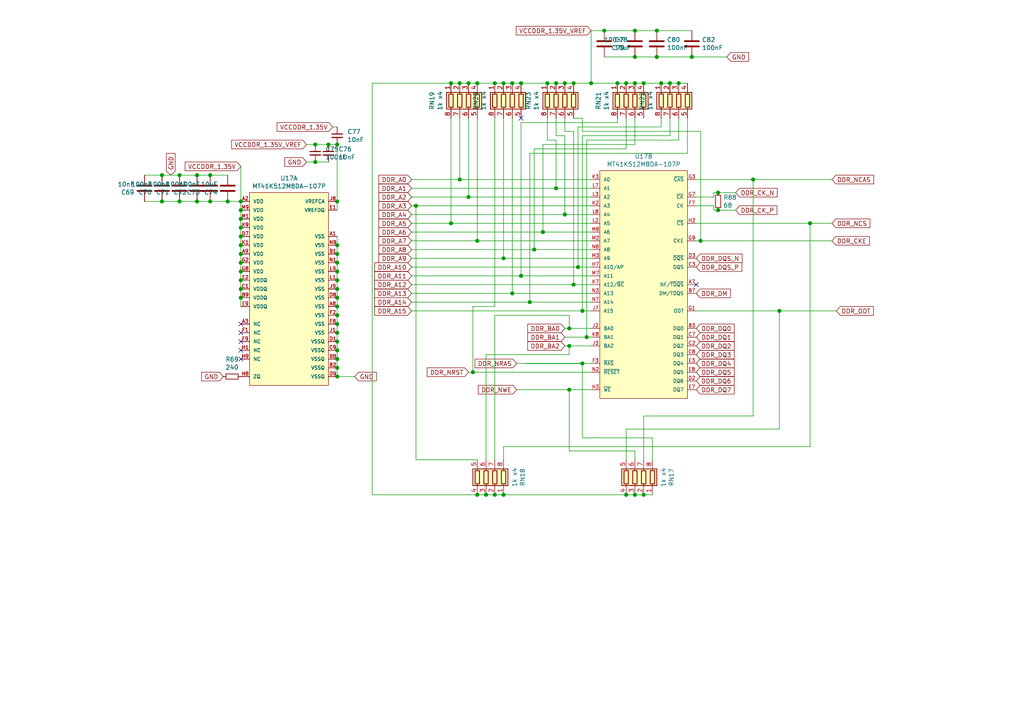
<source format=kicad_sch>
(kicad_sch (version 20200828) (generator eeschema)
  (page 3 8)
  (paper "A4")
  (lib_symbols
    (symbol "Device:C" (pin_numbers hide) (pin_names (offset 0.254))
      (property "Reference" "C" (at 0.635 2.54 0))
      (property "Value" "C" (at 0.635 -2.54 0))
      (symbol "C_0_1"
        (polyline (pts (xy -2.032 -0.762) (xy 2.032 -0.762)) (stroke (width 0.508)))
        (polyline (pts (xy -2.032 0.762) (xy 2.032 0.762)) (stroke (width 0.508)))
      )
      (symbol "C_1_1"
        (pin passive line (at 0 3.81 270) (length 2.794) (name "~") (number "1"))
        (pin passive line (at 0 -3.81 90) (length 2.794) (name "~") (number "2"))
      )
    )
    (symbol "Device:C_Small" (pin_numbers hide) (pin_names (offset 0.254) hide)
      (property "Reference" "C" (at 0.254 1.778 0))
      (property "Value" "C_Small" (at 0.254 -2.032 0))
      (symbol "C_Small_0_1"
        (polyline (pts (xy -1.524 -0.508) (xy 1.524 -0.508)) (stroke (width 0.3302)))
        (polyline (pts (xy -1.524 0.508) (xy 1.524 0.508)) (stroke (width 0.3048)))
      )
      (symbol "C_Small_1_1"
        (pin passive line (at 0 2.54 270) (length 2.032) (name "~") (number "1"))
        (pin passive line (at 0 -2.54 90) (length 2.032) (name "~") (number "2"))
      )
    )
    (symbol "Device:R_Pack04" (pin_names (offset 0) hide)
      (property "Reference" "RN" (at -7.62 0 90))
      (property "Value" "R_Pack04" (at 5.08 0 90))
      (symbol "R_Pack04_0_1"
        (rectangle (start -6.35 -2.413) (end 3.81 2.413) (stroke (width 0.254)) (fill (type background)))
        (rectangle (start -5.715 1.905) (end -4.445 -1.905) (stroke (width 0.254)))
        (rectangle (start -3.175 1.905) (end -1.905 -1.905) (stroke (width 0.254)))
        (rectangle (start -0.635 1.905) (end 0.635 -1.905) (stroke (width 0.254)))
        (rectangle (start 1.905 1.905) (end 3.175 -1.905) (stroke (width 0.254)))
        (polyline (pts (xy -5.08 -2.54) (xy -5.08 -1.905)))
        (polyline (pts (xy -5.08 1.905) (xy -5.08 2.54)))
        (polyline (pts (xy -2.54 -2.54) (xy -2.54 -1.905)))
        (polyline (pts (xy -2.54 1.905) (xy -2.54 2.54)))
        (polyline (pts (xy 0 -2.54) (xy 0 -1.905)))
        (polyline (pts (xy 0 1.905) (xy 0 2.54)))
        (polyline (pts (xy 2.54 -2.54) (xy 2.54 -1.905)))
        (polyline (pts (xy 2.54 1.905) (xy 2.54 2.54)))
      )
      (symbol "R_Pack04_1_1"
        (pin passive line (at -5.08 -5.08 90) (length 2.54) (name "R1.1") (number "1"))
        (pin passive line (at -2.54 -5.08 90) (length 2.54) (name "R2.1") (number "2"))
        (pin passive line (at 0 -5.08 90) (length 2.54) (name "R3.1") (number "3"))
        (pin passive line (at 2.54 -5.08 90) (length 2.54) (name "R4.1") (number "4"))
        (pin passive line (at 2.54 5.08 270) (length 2.54) (name "R4.2") (number "5"))
        (pin passive line (at 0 5.08 270) (length 2.54) (name "R3.2") (number "6"))
        (pin passive line (at -2.54 5.08 270) (length 2.54) (name "R2.2") (number "7"))
        (pin passive line (at -5.08 5.08 270) (length 2.54) (name "R1.2") (number "8"))
      )
    )
    (symbol "Device:R_Small" (pin_numbers hide) (pin_names (offset 0.254) hide)
      (property "Reference" "R" (at 0.762 0.508 0))
      (property "Value" "R_Small" (at 0.762 -1.016 0))
      (symbol "R_Small_0_1"
        (rectangle (start -0.762 1.778) (end 0.762 -1.778) (stroke (width 0.2032)))
      )
      (symbol "R_Small_1_1"
        (pin passive line (at 0 2.54 270) (length 0.762) (name "~") (number "1"))
        (pin passive line (at 0 -2.54 90) (length 0.762) (name "~") (number "2"))
      )
    )
    (symbol "Micron-DA-0-0-0:MT41K512M8DA-107P" (pin_names (offset 1.016))
      (property "Reference" "U" (at 0 5.08 0))
      (property "Value" "MT41K512M8DA-107P" (at 0 7.62 0))
      (symbol "MT41K512M8DA-107P_1_1"
        (rectangle (start 5.08 2.54) (end 27.94 -53.34) (fill (type background)))
        (pin power_in line (at 2.54 0 0) (length 2.54) (name "VDD") (number "A2"))
        (pin power_in line (at 2.54 -2.54 0) (length 2.54) (name "VDD") (number "M9"))
        (pin power_in line (at 2.54 -5.08 0) (length 2.54) (name "VDD") (number "M1"))
        (pin power_in line (at 2.54 -7.62 0) (length 2.54) (name "VDD") (number "K9"))
        (pin power_in line (at 2.54 -10.16 0) (length 2.54) (name "VDD") (number "D7"))
        (pin power_in line (at 2.54 -12.7 0) (length 2.54) (name "VDD") (number "K1"))
        (pin power_in line (at 2.54 -15.24 0) (length 2.54) (name "VDD") (number "A9"))
        (pin power_in line (at 2.54 -17.78 0) (length 2.54) (name "VDD") (number "G2"))
        (pin power_in line (at 2.54 -20.32 0) (length 2.54) (name "VDD") (number "G8"))
        (pin power_in line (at 2.54 -22.86 0) (length 2.54) (name "VDDQ") (number "E2"))
        (pin power_in line (at 2.54 -25.4 0) (length 2.54) (name "VDDQ") (number "C1"))
        (pin power_in line (at 2.54 -27.94 0) (length 2.54) (name "VDDQ") (number "B9"))
        (pin power_in line (at 2.54 -30.48 0) (length 2.54) (name "VDDQ") (number "E9"))
        (pin power_in line (at 30.48 0 180) (length 2.54) (name "VREFCA") (number "J8"))
        (pin power_in line (at 30.48 -2.54 180) (length 2.54) (name "VREFDQ") (number "E1"))
        (pin passive line (at 2.54 -50.8 0) (length 2.54) (name "ZQ") (number "H8"))
        (pin passive line (at 2.54 -35.56 0) (length 2.54) (name "NC") (number "A3"))
        (pin passive line (at 2.54 -38.1 0) (length 2.54) (name "NC") (number "F1"))
        (pin passive line (at 2.54 -40.64 0) (length 2.54) (name "NC") (number "F9"))
        (pin passive line (at 2.54 -43.18 0) (length 2.54) (name "NC") (number "H1"))
        (pin passive line (at 2.54 -45.72 0) (length 2.54) (name "NC") (number "H9"))
        (pin power_in line (at 30.48 -10.16 180) (length 2.54) (name "VSS") (number "A1"))
        (pin power_in line (at 30.48 -12.7 180) (length 2.54) (name "VSS") (number "N9"))
        (pin power_in line (at 30.48 -15.24 180) (length 2.54) (name "VSS") (number "B1"))
        (pin power_in line (at 30.48 -17.78 180) (length 2.54) (name "VSS") (number "N1"))
        (pin power_in line (at 30.48 -20.32 180) (length 2.54) (name "VSS") (number "L9"))
        (pin power_in line (at 30.48 -22.86 180) (length 2.54) (name "VSS") (number "L1"))
        (pin power_in line (at 30.48 -25.4 180) (length 2.54) (name "VSS") (number "J9"))
        (pin power_in line (at 30.48 -27.94 180) (length 2.54) (name "VSS") (number "D8"))
        (pin power_in line (at 30.48 -30.48 180) (length 2.54) (name "VSS") (number "A8"))
        (pin power_in line (at 30.48 -33.02 180) (length 2.54) (name "VSS") (number "F2"))
        (pin power_in line (at 30.48 -35.56 180) (length 2.54) (name "VSS") (number "F8"))
        (pin power_in line (at 30.48 -38.1 180) (length 2.54) (name "VSS") (number "J1"))
        (pin power_in line (at 30.48 -40.64 180) (length 2.54) (name "VSSQ") (number "D1"))
        (pin power_in line (at 30.48 -43.18 180) (length 2.54) (name "VSSQ") (number "C9"))
        (pin power_in line (at 30.48 -45.72 180) (length 2.54) (name "VSSQ") (number "B8"))
        (pin power_in line (at 30.48 -48.26 180) (length 2.54) (name "VSSQ") (number "B2"))
        (pin power_in line (at 30.48 -50.8 180) (length 2.54) (name "VSSQ") (number "D9"))
      )
      (symbol "MT41K512M8DA-107P_2_1"
        (rectangle (start 5.08 2.54) (end 30.48 -63.5) (fill (type background)))
        (pin bidirectional line (at 33.02 -43.18 180) (length 2.54) (name "DQ0") (number "B3"))
        (pin bidirectional line (at 33.02 -45.72 180) (length 2.54) (name "DQ1") (number "C7"))
        (pin bidirectional line (at 33.02 -48.26 180) (length 2.54) (name "DQ2") (number "C2"))
        (pin bidirectional line (at 33.02 -50.8 180) (length 2.54) (name "DQ3") (number "C8"))
        (pin bidirectional line (at 33.02 -53.34 180) (length 2.54) (name "DQ4") (number "E3"))
        (pin bidirectional line (at 33.02 -55.88 180) (length 2.54) (name "DQ5") (number "E8"))
        (pin bidirectional line (at 33.02 -58.42 180) (length 2.54) (name "DQ6") (number "D2"))
        (pin bidirectional line (at 33.02 -60.96 180) (length 2.54) (name "DQ7") (number "E7"))
        (pin input line (at 2.54 -43.18 0) (length 2.54) (name "BA0") (number "J2"))
        (pin input line (at 2.54 -45.72 0) (length 2.54) (name "BA1") (number "K8"))
        (pin input line (at 2.54 -48.26 0) (length 2.54) (name "BA2") (number "J3"))
        (pin input line (at 33.02 0 180) (length 2.54) (name "~CAS~") (number "G3"))
        (pin input line (at 33.02 -5.08 180) (length 2.54) (name "~CK~") (number "G7"))
        (pin input line (at 33.02 -12.7 180) (length 2.54) (name "~CS~") (number "H2"))
        (pin bidirectional line (at 33.02 -22.86 180) (length 2.54) (name "~DQS~") (number "D3"))
        (pin input line (at 2.54 -53.34 0) (length 2.54) (name "~RAS~") (number "F3"))
        (pin input line (at 2.54 -55.88 0) (length 2.54) (name "~RESET~") (number "N2"))
        (pin input line (at 2.54 -60.96 0) (length 2.54) (name "~WE~") (number "H3"))
        (pin input line (at 2.54 0 0) (length 2.54) (name "A0") (number "K3"))
        (pin input line (at 2.54 -2.54 0) (length 2.54) (name "A1") (number "L7"))
        (pin input line (at 2.54 -5.08 0) (length 2.54) (name "A2") (number "L3"))
        (pin input line (at 2.54 -7.62 0) (length 2.54) (name "A3") (number "K2"))
        (pin input line (at 2.54 -10.16 0) (length 2.54) (name "A4") (number "L8"))
        (pin input line (at 2.54 -12.7 0) (length 2.54) (name "A5") (number "L2"))
        (pin input line (at 2.54 -15.24 0) (length 2.54) (name "A6") (number "M8"))
        (pin input line (at 2.54 -17.78 0) (length 2.54) (name "A7") (number "M2"))
        (pin input line (at 2.54 -20.32 0) (length 2.54) (name "A8") (number "N8"))
        (pin input line (at 2.54 -22.86 0) (length 2.54) (name "A9") (number "M3"))
        (pin input line (at 2.54 -25.4 0) (length 2.54) (name "A10/AP") (number "H7"))
        (pin input line (at 2.54 -27.94 0) (length 2.54) (name "A11") (number "M7"))
        (pin input line (at 2.54 -30.48 0) (length 2.54) (name "A12/~BC~") (number "K7"))
        (pin input line (at 2.54 -33.02 0) (length 2.54) (name "A13") (number "N3"))
        (pin input line (at 2.54 -35.56 0) (length 2.54) (name "A14") (number "N7"))
        (pin input line (at 2.54 -38.1 0) (length 2.54) (name "A15") (number "J7"))
        (pin input line (at 33.02 -7.62 180) (length 2.54) (name "CK") (number "F7"))
        (pin input line (at 33.02 -17.78 180) (length 2.54) (name "CKE") (number "G9"))
        (pin output line (at 33.02 -33.02 180) (length 2.54) (name "DM/TDQS") (number "B7"))
        (pin bidirectional line (at 33.02 -25.4 180) (length 2.54) (name "DQS") (number "C3"))
        (pin output line (at 33.02 -30.48 180) (length 2.54) (name "NF/~TDQS~") (number "A7"))
        (pin input line (at 33.02 -38.1 180) (length 2.54) (name "ODT") (number "G1"))
      )
    )
  )
  (junction (at 46.99 50.8) (diameter 1.016))
  (junction (at 46.99 58.42) (diameter 1.016))
  (junction (at 52.07 50.8) (diameter 1.016))
  (junction (at 52.07 58.42) (diameter 1.016))
  (junction (at 57.15 50.8) (diameter 1.016))
  (junction (at 57.15 58.42) (diameter 1.016))
  (junction (at 60.96 50.8) (diameter 1.016))
  (junction (at 60.96 58.42) (diameter 1.016))
  (junction (at 66.04 58.42) (diameter 1.016))
  (junction (at 69.85 58.42) (diameter 1.016))
  (junction (at 69.85 60.96) (diameter 1.016))
  (junction (at 69.85 63.5) (diameter 1.016))
  (junction (at 69.85 66.04) (diameter 1.016))
  (junction (at 69.85 68.58) (diameter 1.016))
  (junction (at 69.85 71.12) (diameter 1.016))
  (junction (at 69.85 73.66) (diameter 1.016))
  (junction (at 69.85 76.2) (diameter 1.016))
  (junction (at 69.85 78.74) (diameter 1.016))
  (junction (at 69.85 81.28) (diameter 1.016))
  (junction (at 69.85 83.82) (diameter 1.016))
  (junction (at 69.85 86.36) (diameter 1.016))
  (junction (at 91.44 41.91) (diameter 1.016))
  (junction (at 91.44 46.99) (diameter 1.016))
  (junction (at 95.25 41.91) (diameter 1.016))
  (junction (at 97.79 41.91) (diameter 1.016))
  (junction (at 97.79 58.42) (diameter 1.016))
  (junction (at 97.79 71.12) (diameter 1.016))
  (junction (at 97.79 73.66) (diameter 1.016))
  (junction (at 97.79 76.2) (diameter 1.016))
  (junction (at 97.79 78.74) (diameter 1.016))
  (junction (at 97.79 81.28) (diameter 1.016))
  (junction (at 97.79 83.82) (diameter 1.016))
  (junction (at 97.79 86.36) (diameter 1.016))
  (junction (at 97.79 88.9) (diameter 1.016))
  (junction (at 97.79 91.44) (diameter 1.016))
  (junction (at 97.79 93.98) (diameter 1.016))
  (junction (at 97.79 96.52) (diameter 1.016))
  (junction (at 97.79 99.06) (diameter 1.016))
  (junction (at 97.79 101.6) (diameter 1.016))
  (junction (at 97.79 104.14) (diameter 1.016))
  (junction (at 97.79 106.68) (diameter 1.016))
  (junction (at 97.79 109.22) (diameter 1.016))
  (junction (at 120.65 59.69) (diameter 1.016))
  (junction (at 130.81 24.13) (diameter 1.016))
  (junction (at 130.81 64.77) (diameter 1.016))
  (junction (at 133.35 24.13) (diameter 1.016))
  (junction (at 133.35 52.07) (diameter 1.016))
  (junction (at 135.89 24.13) (diameter 1.016))
  (junction (at 135.89 57.15) (diameter 1.016))
  (junction (at 137.16 107.95) (diameter 1.016))
  (junction (at 138.43 24.13) (diameter 1.016))
  (junction (at 138.43 69.85) (diameter 1.016))
  (junction (at 138.43 143.51) (diameter 1.016))
  (junction (at 140.97 143.51) (diameter 1.016))
  (junction (at 143.51 24.13) (diameter 1.016))
  (junction (at 143.51 143.51) (diameter 1.016))
  (junction (at 146.05 24.13) (diameter 1.016))
  (junction (at 146.05 74.93) (diameter 1.016))
  (junction (at 146.05 143.51) (diameter 1.016))
  (junction (at 148.59 24.13) (diameter 1.016))
  (junction (at 148.59 85.09) (diameter 1.016))
  (junction (at 151.13 24.13) (diameter 1.016))
  (junction (at 151.13 80.01) (diameter 1.016))
  (junction (at 153.67 87.63) (diameter 1.016))
  (junction (at 154.94 72.39) (diameter 1.016))
  (junction (at 157.48 67.31) (diameter 1.016))
  (junction (at 158.75 24.13) (diameter 1.016))
  (junction (at 161.29 24.13) (diameter 1.016))
  (junction (at 161.29 54.61) (diameter 1.016))
  (junction (at 163.83 24.13) (diameter 1.016))
  (junction (at 163.83 62.23) (diameter 1.016))
  (junction (at 165.1 95.25) (diameter 1.016))
  (junction (at 165.1 100.33) (diameter 1.016))
  (junction (at 165.1 113.03) (diameter 1.016))
  (junction (at 166.37 24.13) (diameter 1.016))
  (junction (at 166.37 82.55) (diameter 1.016))
  (junction (at 167.64 77.47) (diameter 1.016))
  (junction (at 168.91 90.17) (diameter 1.016))
  (junction (at 168.91 105.41) (diameter 1.016))
  (junction (at 170.18 97.79) (diameter 1.016))
  (junction (at 171.45 24.13) (diameter 1.016))
  (junction (at 175.26 8.89) (diameter 1.016))
  (junction (at 179.07 24.13) (diameter 1.016))
  (junction (at 181.61 24.13) (diameter 1.016))
  (junction (at 181.61 143.51) (diameter 1.016))
  (junction (at 184.15 8.89) (diameter 1.016))
  (junction (at 184.15 16.51) (diameter 1.016))
  (junction (at 184.15 24.13) (diameter 1.016))
  (junction (at 184.15 143.51) (diameter 1.016))
  (junction (at 186.69 24.13) (diameter 1.016))
  (junction (at 186.69 143.51) (diameter 1.016))
  (junction (at 190.5 8.89) (diameter 1.016))
  (junction (at 190.5 16.51) (diameter 1.016))
  (junction (at 191.77 24.13) (diameter 1.016))
  (junction (at 194.31 24.13) (diameter 1.016))
  (junction (at 196.85 24.13) (diameter 1.016))
  (junction (at 200.66 16.51) (diameter 1.016))
  (junction (at 203.2 69.85) (diameter 1.016))
  (junction (at 208.28 55.88) (diameter 1.016))
  (junction (at 208.28 60.96) (diameter 1.016))
  (junction (at 218.44 52.07) (diameter 1.016))
  (junction (at 226.06 90.17) (diameter 1.016))
  (junction (at 234.95 64.77) (diameter 1.016))
  (no_connect (at 69.85 104.14))
  (no_connect (at 69.85 99.06))
  (no_connect (at 201.93 82.55))
  (no_connect (at 69.85 101.6))
  (no_connect (at 69.85 93.98))
  (no_connect (at 151.13 34.29))
  (no_connect (at 69.85 96.52))
  (wire (pts (xy 41.91 50.8) (xy 46.99 50.8)))
  (wire (pts (xy 41.91 58.42) (xy 46.99 58.42)))
  (wire (pts (xy 46.99 50.8) (xy 52.07 50.8)))
  (wire (pts (xy 46.99 58.42) (xy 52.07 58.42)))
  (wire (pts (xy 57.15 50.8) (xy 52.07 50.8)))
  (wire (pts (xy 57.15 58.42) (xy 52.07 58.42)))
  (wire (pts (xy 60.96 50.8) (xy 57.15 50.8)))
  (wire (pts (xy 60.96 58.42) (xy 57.15 58.42)))
  (wire (pts (xy 66.04 50.8) (xy 60.96 50.8)))
  (wire (pts (xy 66.04 58.42) (xy 60.96 58.42)))
  (wire (pts (xy 69.85 58.42) (xy 66.04 58.42)))
  (wire (pts (xy 69.85 58.42) (xy 69.85 48.26)))
  (wire (pts (xy 69.85 60.96) (xy 69.85 58.42)))
  (wire (pts (xy 69.85 63.5) (xy 69.85 60.96)))
  (wire (pts (xy 69.85 66.04) (xy 69.85 63.5)))
  (wire (pts (xy 69.85 68.58) (xy 69.85 66.04)))
  (wire (pts (xy 69.85 71.12) (xy 69.85 68.58)))
  (wire (pts (xy 69.85 73.66) (xy 69.85 71.12)))
  (wire (pts (xy 69.85 76.2) (xy 69.85 73.66)))
  (wire (pts (xy 69.85 78.74) (xy 69.85 76.2)))
  (wire (pts (xy 69.85 81.28) (xy 69.85 78.74)))
  (wire (pts (xy 69.85 83.82) (xy 69.85 81.28)))
  (wire (pts (xy 69.85 86.36) (xy 69.85 83.82)))
  (wire (pts (xy 69.85 88.9) (xy 69.85 86.36)))
  (wire (pts (xy 88.9 41.91) (xy 91.44 41.91)))
  (wire (pts (xy 88.9 46.99) (xy 91.44 46.99)))
  (wire (pts (xy 91.44 41.91) (xy 95.25 41.91)))
  (wire (pts (xy 91.44 46.99) (xy 95.25 46.99)))
  (wire (pts (xy 95.25 41.91) (xy 97.79 41.91)))
  (wire (pts (xy 96.52 36.83) (xy 97.79 36.83)))
  (wire (pts (xy 97.79 58.42) (xy 97.79 41.91)))
  (wire (pts (xy 97.79 60.96) (xy 97.79 58.42)))
  (wire (pts (xy 97.79 68.58) (xy 97.79 71.12)))
  (wire (pts (xy 97.79 71.12) (xy 97.79 73.66)))
  (wire (pts (xy 97.79 73.66) (xy 97.79 76.2)))
  (wire (pts (xy 97.79 76.2) (xy 97.79 78.74)))
  (wire (pts (xy 97.79 78.74) (xy 97.79 81.28)))
  (wire (pts (xy 97.79 81.28) (xy 97.79 83.82)))
  (wire (pts (xy 97.79 83.82) (xy 97.79 86.36)))
  (wire (pts (xy 97.79 86.36) (xy 97.79 88.9)))
  (wire (pts (xy 97.79 88.9) (xy 97.79 91.44)))
  (wire (pts (xy 97.79 91.44) (xy 97.79 93.98)))
  (wire (pts (xy 97.79 93.98) (xy 97.79 96.52)))
  (wire (pts (xy 97.79 96.52) (xy 97.79 99.06)))
  (wire (pts (xy 97.79 99.06) (xy 97.79 101.6)))
  (wire (pts (xy 97.79 101.6) (xy 97.79 104.14)))
  (wire (pts (xy 97.79 104.14) (xy 97.79 106.68)))
  (wire (pts (xy 97.79 106.68) (xy 97.79 109.22)))
  (wire (pts (xy 97.79 109.22) (xy 102.87 109.22)))
  (wire (pts (xy 107.95 24.13) (xy 107.95 143.51)))
  (wire (pts (xy 107.95 143.51) (xy 138.43 143.51)))
  (wire (pts (xy 119.38 52.07) (xy 133.35 52.07)))
  (wire (pts (xy 119.38 54.61) (xy 161.29 54.61)))
  (wire (pts (xy 119.38 57.15) (xy 135.89 57.15)))
  (wire (pts (xy 119.38 59.69) (xy 120.65 59.69)))
  (wire (pts (xy 119.38 62.23) (xy 163.83 62.23)))
  (wire (pts (xy 119.38 64.77) (xy 130.81 64.77)))
  (wire (pts (xy 119.38 67.31) (xy 157.48 67.31)))
  (wire (pts (xy 119.38 69.85) (xy 138.43 69.85)))
  (wire (pts (xy 119.38 72.39) (xy 154.94 72.39)))
  (wire (pts (xy 119.38 74.93) (xy 146.05 74.93)))
  (wire (pts (xy 119.38 77.47) (xy 167.64 77.47)))
  (wire (pts (xy 119.38 80.01) (xy 151.13 80.01)))
  (wire (pts (xy 119.38 82.55) (xy 166.37 82.55)))
  (wire (pts (xy 119.38 85.09) (xy 148.59 85.09)))
  (wire (pts (xy 119.38 87.63) (xy 153.67 87.63)))
  (wire (pts (xy 119.38 90.17) (xy 168.91 90.17)))
  (wire (pts (xy 120.65 59.69) (xy 171.45 59.69)))
  (wire (pts (xy 120.65 133.35) (xy 120.65 59.69)))
  (wire (pts (xy 130.81 24.13) (xy 107.95 24.13)))
  (wire (pts (xy 130.81 24.13) (xy 133.35 24.13)))
  (wire (pts (xy 130.81 34.29) (xy 130.81 64.77)))
  (wire (pts (xy 130.81 64.77) (xy 171.45 64.77)))
  (wire (pts (xy 133.35 24.13) (xy 135.89 24.13)))
  (wire (pts (xy 133.35 34.29) (xy 133.35 52.07)))
  (wire (pts (xy 133.35 52.07) (xy 171.45 52.07)))
  (wire (pts (xy 135.89 24.13) (xy 138.43 24.13)))
  (wire (pts (xy 135.89 34.29) (xy 135.89 57.15)))
  (wire (pts (xy 135.89 57.15) (xy 171.45 57.15)))
  (wire (pts (xy 135.89 107.95) (xy 137.16 107.95)))
  (wire (pts (xy 137.16 88.9) (xy 137.16 107.95)))
  (wire (pts (xy 137.16 107.95) (xy 171.45 107.95)))
  (wire (pts (xy 138.43 24.13) (xy 143.51 24.13)))
  (wire (pts (xy 138.43 34.29) (xy 138.43 69.85)))
  (wire (pts (xy 138.43 69.85) (xy 171.45 69.85)))
  (wire (pts (xy 138.43 133.35) (xy 120.65 133.35)))
  (wire (pts (xy 138.43 143.51) (xy 140.97 143.51)))
  (wire (pts (xy 140.97 102.87) (xy 165.1 102.87)))
  (wire (pts (xy 140.97 133.35) (xy 140.97 102.87)))
  (wire (pts (xy 140.97 143.51) (xy 143.51 143.51)))
  (wire (pts (xy 143.51 24.13) (xy 146.05 24.13)))
  (wire (pts (xy 143.51 34.29) (xy 143.51 88.9)))
  (wire (pts (xy 143.51 88.9) (xy 137.16 88.9)))
  (wire (pts (xy 143.51 91.44) (xy 165.1 91.44)))
  (wire (pts (xy 143.51 133.35) (xy 143.51 91.44)))
  (wire (pts (xy 143.51 143.51) (xy 146.05 143.51)))
  (wire (pts (xy 146.05 24.13) (xy 148.59 24.13)))
  (wire (pts (xy 146.05 34.29) (xy 146.05 74.93)))
  (wire (pts (xy 146.05 74.93) (xy 171.45 74.93)))
  (wire (pts (xy 146.05 129.54) (xy 234.95 129.54)))
  (wire (pts (xy 146.05 133.35) (xy 146.05 129.54)))
  (wire (pts (xy 146.05 143.51) (xy 181.61 143.51)))
  (wire (pts (xy 148.59 24.13) (xy 151.13 24.13)))
  (wire (pts (xy 148.59 34.29) (xy 148.59 85.09)))
  (wire (pts (xy 148.59 85.09) (xy 171.45 85.09)))
  (wire (pts (xy 149.86 105.41) (xy 168.91 105.41)))
  (wire (pts (xy 149.86 113.03) (xy 165.1 113.03)))
  (wire (pts (xy 151.13 24.13) (xy 158.75 24.13)))
  (wire (pts (xy 151.13 35.56) (xy 151.13 80.01)))
  (wire (pts (xy 151.13 80.01) (xy 171.45 80.01)))
  (wire (pts (xy 152.4 105.41) (xy 168.91 105.41)))
  (wire (pts (xy 153.67 44.45) (xy 153.67 87.63)))
  (wire (pts (xy 153.67 44.45) (xy 199.39 44.45)))
  (wire (pts (xy 153.67 87.63) (xy 171.45 87.63)))
  (wire (pts (xy 154.94 43.18) (xy 154.94 72.39)))
  (wire (pts (xy 154.94 72.39) (xy 171.45 72.39)))
  (wire (pts (xy 157.48 41.91) (xy 157.48 67.31)))
  (wire (pts (xy 157.48 67.31) (xy 171.45 67.31)))
  (wire (pts (xy 158.75 24.13) (xy 161.29 24.13)))
  (wire (pts (xy 158.75 34.29) (xy 158.75 40.64)))
  (wire (pts (xy 158.75 40.64) (xy 161.29 40.64)))
  (wire (pts (xy 161.29 24.13) (xy 163.83 24.13)))
  (wire (pts (xy 161.29 34.29) (xy 161.29 39.37)))
  (wire (pts (xy 161.29 39.37) (xy 163.83 39.37)))
  (wire (pts (xy 161.29 40.64) (xy 161.29 54.61)))
  (wire (pts (xy 161.29 54.61) (xy 171.45 54.61)))
  (wire (pts (xy 163.83 24.13) (xy 166.37 24.13)))
  (wire (pts (xy 163.83 34.29) (xy 163.83 38.1)))
  (wire (pts (xy 163.83 38.1) (xy 166.37 38.1)))
  (wire (pts (xy 163.83 39.37) (xy 163.83 62.23)))
  (wire (pts (xy 163.83 62.23) (xy 171.45 62.23)))
  (wire (pts (xy 163.83 95.25) (xy 165.1 95.25)))
  (wire (pts (xy 163.83 97.79) (xy 170.18 97.79)))
  (wire (pts (xy 163.83 100.33) (xy 165.1 100.33)))
  (wire (pts (xy 165.1 91.44) (xy 165.1 95.25)))
  (wire (pts (xy 165.1 95.25) (xy 171.45 95.25)))
  (wire (pts (xy 165.1 100.33) (xy 171.45 100.33)))
  (wire (pts (xy 165.1 102.87) (xy 165.1 100.33)))
  (wire (pts (xy 165.1 113.03) (xy 165.1 130.81)))
  (wire (pts (xy 165.1 113.03) (xy 171.45 113.03)))
  (wire (pts (xy 165.1 130.81) (xy 184.15 130.81)))
  (wire (pts (xy 166.37 24.13) (xy 171.45 24.13)))
  (wire (pts (xy 166.37 38.1) (xy 166.37 82.55)))
  (wire (pts (xy 166.37 82.55) (xy 171.45 82.55)))
  (wire (pts (xy 167.64 36.83) (xy 167.64 77.47)))
  (wire (pts (xy 167.64 77.47) (xy 171.45 77.47)))
  (wire (pts (xy 168.91 34.29) (xy 166.37 34.29)))
  (wire (pts (xy 168.91 38.1) (xy 168.91 34.29)))
  (wire (pts (xy 168.91 39.37) (xy 168.91 90.17)))
  (wire (pts (xy 168.91 90.17) (xy 171.45 90.17)))
  (wire (pts (xy 168.91 105.41) (xy 168.91 127)))
  (wire (pts (xy 168.91 127) (xy 189.23 127)))
  (wire (pts (xy 170.18 40.64) (xy 196.85 40.64)))
  (wire (pts (xy 170.18 97.79) (xy 170.18 40.64)))
  (wire (pts (xy 170.18 97.79) (xy 171.45 97.79)))
  (wire (pts (xy 171.45 8.89) (xy 171.45 24.13)))
  (wire (pts (xy 171.45 8.89) (xy 175.26 8.89)))
  (wire (pts (xy 171.45 24.13) (xy 179.07 24.13)))
  (wire (pts (xy 171.45 105.41) (xy 168.91 105.41)))
  (wire (pts (xy 175.26 8.89) (xy 184.15 8.89)))
  (wire (pts (xy 175.26 16.51) (xy 184.15 16.51)))
  (wire (pts (xy 179.07 24.13) (xy 181.61 24.13)))
  (wire (pts (xy 179.07 34.29) (xy 179.07 35.56)))
  (wire (pts (xy 179.07 35.56) (xy 151.13 35.56)))
  (wire (pts (xy 181.61 24.13) (xy 184.15 24.13)))
  (wire (pts (xy 181.61 34.29) (xy 181.61 43.18)))
  (wire (pts (xy 181.61 43.18) (xy 154.94 43.18)))
  (wire (pts (xy 181.61 124.46) (xy 181.61 133.35)))
  (wire (pts (xy 181.61 124.46) (xy 226.06 124.46)))
  (wire (pts (xy 181.61 143.51) (xy 184.15 143.51)))
  (wire (pts (xy 184.15 8.89) (xy 190.5 8.89)))
  (wire (pts (xy 184.15 16.51) (xy 190.5 16.51)))
  (wire (pts (xy 184.15 24.13) (xy 186.69 24.13)))
  (wire (pts (xy 184.15 34.29) (xy 184.15 41.91)))
  (wire (pts (xy 184.15 41.91) (xy 157.48 41.91)))
  (wire (pts (xy 184.15 130.81) (xy 184.15 133.35)))
  (wire (pts (xy 184.15 143.51) (xy 186.69 143.51)))
  (wire (pts (xy 186.69 24.13) (xy 191.77 24.13)))
  (wire (pts (xy 186.69 120.65) (xy 186.69 133.35)))
  (wire (pts (xy 186.69 143.51) (xy 189.23 143.51)))
  (wire (pts (xy 189.23 127) (xy 189.23 133.35)))
  (wire (pts (xy 190.5 8.89) (xy 200.66 8.89)))
  (wire (pts (xy 190.5 16.51) (xy 200.66 16.51)))
  (wire (pts (xy 191.77 24.13) (xy 194.31 24.13)))
  (wire (pts (xy 191.77 34.29) (xy 191.77 36.83)))
  (wire (pts (xy 191.77 36.83) (xy 167.64 36.83)))
  (wire (pts (xy 194.31 24.13) (xy 196.85 24.13)))
  (wire (pts (xy 194.31 34.29) (xy 194.31 39.37)))
  (wire (pts (xy 194.31 39.37) (xy 168.91 39.37)))
  (wire (pts (xy 196.85 24.13) (xy 199.39 24.13)))
  (wire (pts (xy 196.85 34.29) (xy 196.85 40.64)))
  (wire (pts (xy 199.39 44.45) (xy 199.39 34.29)))
  (wire (pts (xy 200.66 16.51) (xy 210.82 16.51)))
  (wire (pts (xy 201.93 52.07) (xy 218.44 52.07)))
  (wire (pts (xy 201.93 57.15) (xy 207.01 57.15)))
  (wire (pts (xy 201.93 59.69) (xy 207.01 59.69)))
  (wire (pts (xy 201.93 64.77) (xy 234.95 64.77)))
  (wire (pts (xy 201.93 69.85) (xy 203.2 69.85)))
  (wire (pts (xy 201.93 90.17) (xy 226.06 90.17)))
  (wire (pts (xy 203.2 38.1) (xy 168.91 38.1)))
  (wire (pts (xy 203.2 38.1) (xy 203.2 69.85)))
  (wire (pts (xy 203.2 69.85) (xy 241.3 69.85)))
  (wire (pts (xy 207.01 55.88) (xy 208.28 55.88)))
  (wire (pts (xy 207.01 57.15) (xy 207.01 55.88)))
  (wire (pts (xy 207.01 59.69) (xy 207.01 60.96)))
  (wire (pts (xy 207.01 60.96) (xy 208.28 60.96)))
  (wire (pts (xy 208.28 55.88) (xy 213.36 55.88)))
  (wire (pts (xy 208.28 60.96) (xy 213.36 60.96)))
  (wire (pts (xy 218.44 52.07) (xy 218.44 120.65)))
  (wire (pts (xy 218.44 52.07) (xy 241.3 52.07)))
  (wire (pts (xy 218.44 120.65) (xy 186.69 120.65)))
  (wire (pts (xy 226.06 90.17) (xy 226.06 124.46)))
  (wire (pts (xy 226.06 90.17) (xy 242.57 90.17)))
  (wire (pts (xy 234.95 64.77) (xy 241.3 64.77)))
  (wire (pts (xy 234.95 129.54) (xy 234.95 64.77)))
  (global_label "GND" (shape input) (at 49.53 50.8 90))
  (global_label "GND" (shape input) (at 64.77 109.22 180))
  (global_label "VCCDDR_1.35V" (shape input) (at 69.85 48.26 180))
  (global_label "VCCDDR_1.35V_VREF" (shape input) (at 88.9 41.91 180))
  (global_label "GND" (shape input) (at 88.9 46.99 180))
  (global_label "VCCDDR_1.35V" (shape input) (at 96.52 36.83 180))
  (global_label "GND" (shape input) (at 102.87 109.22 0))
  (global_label "DDR_A0" (shape input) (at 119.38 52.07 180))
  (global_label "DDR_A1" (shape input) (at 119.38 54.61 180))
  (global_label "DDR_A2" (shape input) (at 119.38 57.15 180))
  (global_label "DDR_A3" (shape input) (at 119.38 59.69 180))
  (global_label "DDR_A4" (shape input) (at 119.38 62.23 180))
  (global_label "DDR_A5" (shape input) (at 119.38 64.77 180))
  (global_label "DDR_A6" (shape input) (at 119.38 67.31 180))
  (global_label "DDR_A7" (shape input) (at 119.38 69.85 180))
  (global_label "DDR_A8" (shape input) (at 119.38 72.39 180))
  (global_label "DDR_A9" (shape input) (at 119.38 74.93 180))
  (global_label "DDR_A10" (shape input) (at 119.38 77.47 180))
  (global_label "DDR_A11" (shape input) (at 119.38 80.01 180))
  (global_label "DDR_A12" (shape input) (at 119.38 82.55 180))
  (global_label "DDR_A13" (shape input) (at 119.38 85.09 180))
  (global_label "DDR_A14" (shape input) (at 119.38 87.63 180))
  (global_label "DDR_A15" (shape input) (at 119.38 90.17 180))
  (global_label "DDR_NRST" (shape input) (at 135.89 107.95 180))
  (global_label "DDR_NRAS" (shape input) (at 149.86 105.41 180))
  (global_label "DDR_NWE" (shape input) (at 149.86 113.03 180))
  (global_label "DDR_BA0" (shape input) (at 163.83 95.25 180))
  (global_label "DDR_BA1" (shape input) (at 163.83 97.79 180))
  (global_label "DDR_BA2" (shape input) (at 163.83 100.33 180))
  (global_label "VCCDDR_1.35V_VREF" (shape input) (at 171.45 8.89 180))
  (global_label "DDR_DQS_N" (shape input) (at 201.93 74.93 0))
  (global_label "DDR_DQS_P" (shape input) (at 201.93 77.47 0))
  (global_label "DDR_DM" (shape input) (at 201.93 85.09 0))
  (global_label "DDR_DQ0" (shape input) (at 201.93 95.25 0))
  (global_label "DDR_DQ1" (shape input) (at 201.93 97.79 0))
  (global_label "DDR_DQ2" (shape input) (at 201.93 100.33 0))
  (global_label "DDR_DQ3" (shape input) (at 201.93 102.87 0))
  (global_label "DDR_DQ4" (shape input) (at 201.93 105.41 0))
  (global_label "DDR_DQ5" (shape input) (at 201.93 107.95 0))
  (global_label "DDR_DQ6" (shape input) (at 201.93 110.49 0))
  (global_label "DDR_DQ7" (shape input) (at 201.93 113.03 0))
  (global_label "GND" (shape input) (at 210.82 16.51 0))
  (global_label "DDR_CK_N" (shape input) (at 213.36 55.88 0))
  (global_label "DDR_CK_P" (shape input) (at 213.36 60.96 0))
  (global_label "DDR_NCAS" (shape input) (at 241.3 52.07 0))
  (global_label "DDR_NCS" (shape input) (at 241.3 64.77 0))
  (global_label "DDR_CKE" (shape input) (at 241.3 69.85 0))
  (global_label "DDR_ODT" (shape input) (at 242.57 90.17 0))
  (symbol (lib_id "Device:R_Small") (at 67.31 109.22 270) (unit 1)
    (property "Reference" "R69" (at 67.31 104.2416 90))
    (property "Value" "240" (at 67.31 106.553 90))
    (property "Footprint" "Resistor_SMD:R_0603_1608Metric" (effects hide))
  )
  (symbol (lib_id "Device:R_Small") (at 208.28 58.42 0) (unit 1)
    (property "Reference" "R88" (at 209.7786 57.2516 0) (effects (justify left)))
    (property "Value" "68" (at 209.7786 59.563 0) (effects (justify left)))
    (property "Footprint" "Resistor_SMD:R_0603_1608Metric" (effects hide))
  )
  (symbol (lib_id "Device:C_Small") (at 91.44 44.45 0) (unit 1)
    (property "Reference" "C75" (at 94.361 43.2816 0) (effects (justify left)))
    (property "Value" "100nF" (at 94.361 45.593 0) (effects (justify left)))
    (property "Footprint" "Capacitor_SMD:C_0603_1608Metric" (effects hide))
  )
  (symbol (lib_id "Device:C_Small") (at 95.25 44.45 0) (unit 1)
    (property "Reference" "C76" (at 98.171 43.2816 0) (effects (justify left)))
    (property "Value" "10nF" (at 98.171 45.593 0) (effects (justify left)))
    (property "Footprint" "Capacitor_SMD:C_0603_1608Metric" (effects hide))
  )
  (symbol (lib_id "Device:C_Small") (at 97.79 39.37 0) (unit 1)
    (property "Reference" "C77" (at 100.711 38.2016 0) (effects (justify left)))
    (property "Value" "10nF" (at 100.711 40.513 0) (effects (justify left)))
    (property "Footprint" "Capacitor_SMD:C_0603_1608Metric" (effects hide))
  )
  (symbol (lib_id "Device:C") (at 41.91 54.61 180) (unit 1)
    (property "Reference" "C69" (at 38.989 55.7784 0) (effects (justify left)))
    (property "Value" "10nF" (at 38.989 53.467 0) (effects (justify left)))
    (property "Footprint" "Capacitor_SMD:C_0603_1608Metric" (effects hide))
  )
  (symbol (lib_id "Device:C") (at 46.99 54.61 180) (unit 1)
    (property "Reference" "C70" (at 44.069 55.7784 0) (effects (justify left)))
    (property "Value" "100nF" (at 44.069 53.467 0) (effects (justify left)))
    (property "Footprint" "Capacitor_SMD:C_0603_1608Metric" (effects hide))
  )
  (symbol (lib_id "Device:C") (at 52.07 54.61 180) (unit 1)
    (property "Reference" "C71" (at 49.149 55.7784 0) (effects (justify left)))
    (property "Value" "100nF" (at 49.149 53.467 0) (effects (justify left)))
    (property "Footprint" "Capacitor_SMD:C_0603_1608Metric" (effects hide))
  )
  (symbol (lib_id "Device:C") (at 57.15 54.61 180) (unit 1)
    (property "Reference" "C72" (at 54.229 55.7784 0) (effects (justify left)))
    (property "Value" "100nF" (at 54.229 53.467 0) (effects (justify left)))
    (property "Footprint" "Capacitor_SMD:C_0603_1608Metric" (effects hide))
  )
  (symbol (lib_id "Device:C") (at 60.96 54.61 180) (unit 1)
    (property "Reference" "C73" (at 58.039 55.7784 0) (effects (justify left)))
    (property "Value" "100nF" (at 58.039 53.467 0) (effects (justify left)))
    (property "Footprint" "Capacitor_SMD:C_0603_1608Metric" (effects hide))
  )
  (symbol (lib_id "Device:C") (at 66.04 54.61 180) (unit 1)
    (property "Reference" "C74" (at 63.119 55.7784 0) (effects (justify left)))
    (property "Value" "10uF" (at 63.119 53.467 0) (effects (justify left)))
    (property "Footprint" "Capacitor_SMD:C_0603_1608Metric" (effects hide))
  )
  (symbol (lib_id "Device:C") (at 175.26 12.7 0) (unit 1)
    (property "Reference" "C78" (at 178.181 11.5316 0) (effects (justify left)))
    (property "Value" "10uF" (at 178.181 13.843 0) (effects (justify left)))
    (property "Footprint" "Capacitor_SMD:C_0603_1608Metric" (effects hide))
  )
  (symbol (lib_id "Device:C") (at 184.15 12.7 180) (unit 1)
    (property "Reference" "C79" (at 181.229 13.8684 0) (effects (justify left)))
    (property "Value" "100nF" (at 181.229 11.557 0) (effects (justify left)))
    (property "Footprint" "Capacitor_SMD:C_0603_1608Metric" (effects hide))
  )
  (symbol (lib_id "Device:C") (at 190.5 12.7 0) (unit 1)
    (property "Reference" "C80" (at 193.421 11.5316 0) (effects (justify left)))
    (property "Value" "100nF" (at 193.421 13.843 0) (effects (justify left)))
    (property "Footprint" "Capacitor_SMD:C_0603_1608Metric" (effects hide))
  )
  (symbol (lib_id "Device:C") (at 200.66 12.7 0) (unit 1)
    (property "Reference" "C82" (at 203.581 11.5316 0) (effects (justify left)))
    (property "Value" "100nF" (at 203.581 13.843 0) (effects (justify left)))
    (property "Footprint" "Capacitor_SMD:C_0603_1608Metric" (effects hide))
  )
  (symbol (lib_id "Device:R_Pack04") (at 135.89 29.21 0) (mirror x) (unit 1)
    (property "Reference" "RN19" (at 125.2982 29.21 90))
    (property "Value" "1k x4" (at 127.6096 29.21 90))
    (property "Footprint" "Resistor_SMD:R_Cat16-4" (effects hide))
  )
  (symbol (lib_id "Device:R_Pack04") (at 140.97 138.43 0) (mirror y) (unit 1)
    (property "Reference" "RN18" (at 151.5618 138.43 90))
    (property "Value" "1k x4" (at 149.2504 138.43 90))
    (property "Footprint" "Resistor_SMD:R_Cat16-4" (effects hide))
  )
  (symbol (lib_id "Device:R_Pack04") (at 148.59 29.21 0) (mirror x) (unit 1)
    (property "Reference" "RN20" (at 137.9982 29.21 90))
    (property "Value" "1k x4" (at 140.3096 29.21 90))
    (property "Footprint" "Resistor_SMD:R_Cat16-4" (effects hide))
  )
  (symbol (lib_id "Device:R_Pack04") (at 163.83 29.21 0) (mirror x) (unit 1)
    (property "Reference" "RN23" (at 153.2382 29.21 90))
    (property "Value" "1k x4" (at 155.5496 29.21 90))
    (property "Footprint" "Resistor_SMD:R_Cat16-4" (effects hide))
  )
  (symbol (lib_id "Device:R_Pack04") (at 184.15 29.21 0) (mirror x) (unit 1)
    (property "Reference" "RN21" (at 173.5582 29.21 90))
    (property "Value" "1k x4" (at 175.8696 29.21 90))
    (property "Footprint" "Resistor_SMD:R_Cat16-4" (effects hide))
  )
  (symbol (lib_id "Device:R_Pack04") (at 184.15 138.43 0) (mirror y) (unit 1)
    (property "Reference" "RN17" (at 194.7418 138.43 90))
    (property "Value" "1k x4" (at 192.4304 138.43 90))
    (property "Footprint" "Resistor_SMD:R_Cat16-4" (effects hide))
  )
  (symbol (lib_id "Device:R_Pack04") (at 196.85 29.21 0) (mirror x) (unit 1)
    (property "Reference" "RN22" (at 186.2582 29.21 90))
    (property "Value" "1k x4" (at 188.5696 29.21 90))
    (property "Footprint" "Resistor_SMD:R_Cat16-4" (effects hide))
  )
  (symbol (lib_id "Micron-DA-0-0-0:MT41K512M8DA-107P") (at 67.31 58.42 0) (unit 1)
    (property "Reference" "U17" (at 83.82 51.689 0))
    (property "Value" "MT41K512M8DA-107P" (at 83.82 54.0004 0))
    (property "Footprint" "FuzzyDuck:Micron-DA-0-0-0" (effects hide))
    (property "category" "IC" (effects hide))
    (property "device class L1" "Integrated Circuits (ICs)" (effects hide))
    (property "device class L2" "Memory" (effects hide))
    (property "device class L3" "RAM" (effects hide))
    (property "digikey description" "IC DRAM 4G PARALLEL 78FBGA" (effects hide))
    (property "digikey part number" "557-1764-ND" (effects hide))
    (property "frequency" "933MHz" (effects hide))
    (property "height" "1.2mm" (effects hide))
    (property "interface" "Parallel" (effects hide))
    (property "ipc land pattern name" "BGA117N80P9X13_1060X810X120" (effects hide))
    (property "lead free" "yes" (effects hide))
    (property "library id" "d7841f35dc82d472" (effects hide))
    (property "manufacturer" "Micron" (effects hide))
    (property "max supply voltage" "1.45V" (effects hide))
    (property "memory size" "512MB" (effects hide))
    (property "memory type" "SDRAM,DDR3" (effects hide))
    (property "min supply voltage" "1.283V" (effects hide))
    (property "mouser part number" "340-265805-TRAY" (effects hide))
    (property "package" "FBGA78" (effects hide))
    (property "rohs" "yes" (effects hide))
    (property "standoff height" "0.135mm" (effects hide))
    (property "temperature range high" "+95°C" (effects hide))
    (property "temperature range low" "0°C" (effects hide))
  )
  (symbol (lib_id "Micron-DA-0-0-0:MT41K512M8DA-107P") (at 168.91 52.07 0) (unit 2)
    (property "Reference" "U17" (at 186.69 45.339 0))
    (property "Value" "MT41K512M8DA-107P" (at 186.69 47.65 0))
    (property "Footprint" "FuzzyDuck:Micron-DA-0-0-0" (effects hide))
    (property "category" "IC" (effects hide))
    (property "device class L1" "Integrated Circuits (ICs)" (effects hide))
    (property "device class L2" "Memory" (effects hide))
    (property "device class L3" "RAM" (effects hide))
    (property "digikey description" "IC DRAM 4G PARALLEL 78FBGA" (effects hide))
    (property "digikey part number" "557-1764-ND" (effects hide))
    (property "frequency" "933MHz" (effects hide))
    (property "height" "1.2mm" (effects hide))
    (property "interface" "Parallel" (effects hide))
    (property "ipc land pattern name" "BGA117N80P9X13_1060X810X120" (effects hide))
    (property "lead free" "yes" (effects hide))
    (property "library id" "d7841f35dc82d472" (effects hide))
    (property "manufacturer" "Micron" (effects hide))
    (property "max supply voltage" "1.45V" (effects hide))
    (property "memory size" "512MB" (effects hide))
    (property "memory type" "SDRAM,DDR3" (effects hide))
    (property "min supply voltage" "1.283V" (effects hide))
    (property "mouser part number" "340-265805-TRAY" (effects hide))
    (property "package" "FBGA78" (effects hide))
    (property "rohs" "yes" (effects hide))
    (property "standoff height" "0.135mm" (effects hide))
    (property "temperature range high" "+95°C" (effects hide))
    (property "temperature range low" "0°C" (effects hide))
  )
)
</source>
